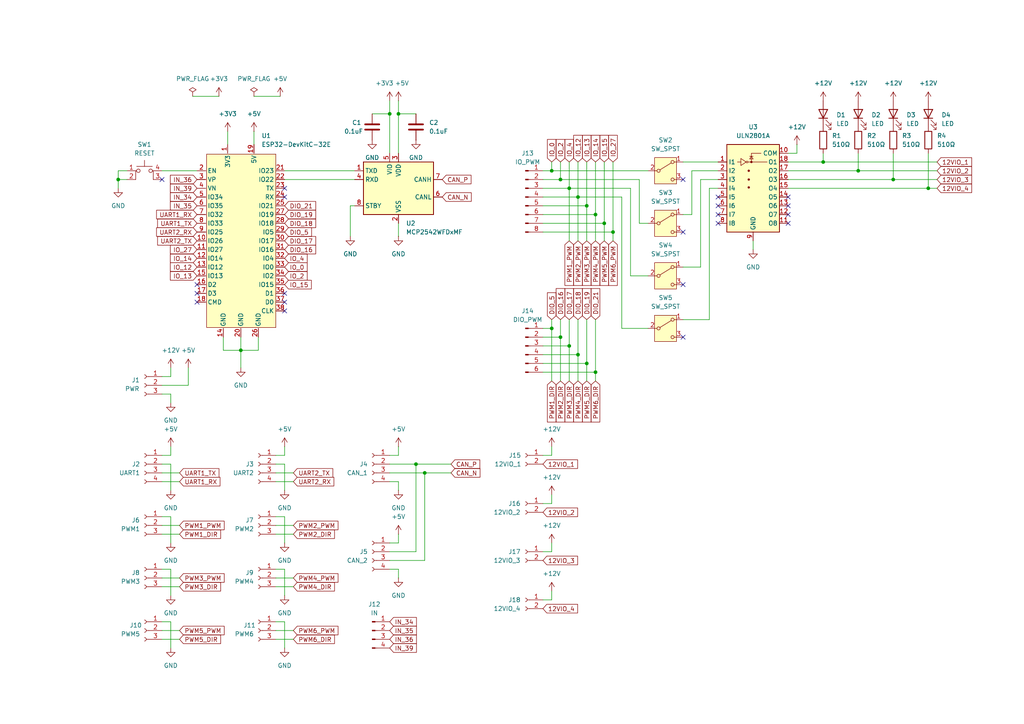
<source format=kicad_sch>
(kicad_sch (version 20231120) (generator "eeschema") (generator_version "8.0")
  (paper "A4")
  (lib_symbols
    (symbol "Connector:Conn_01x02_Socket" (pin_names (offset 1.016) hide)
      (property "Reference" "J" (at 0 2.54 0))
      (property "Value" "Conn_01x02_Socket" (at 0 -5.08 0))
      (symbol "Conn_01x02_Socket_1_1"
        (pin passive line (at -5.08 0 0) (length 3.81) (name "Pin_1") (number "1"))
        (pin passive line (at -5.08 -2.54 0) (length 3.81) (name "Pin_2") (number "2"))
      )
    )
    (symbol "Connector:Conn_01x03_Socket" (pin_names (offset 1.016) hide)
      (property "Reference" "J" (at 0 5.08 0))
      (property "Value" "Conn_01x03_Socket" (at 0 -5.08 0))
      (symbol "Conn_01x03_Socket_1_1"
        (pin passive line (at -5.08 2.54 0) (length 3.81) (name "Pin_1") (number "1"))
        (pin passive line (at -5.08 0 0) (length 3.81) (name "Pin_2") (number "2"))
        (pin passive line (at -5.08 -2.54 0) (length 3.81) (name "Pin_3") (number "3"))
      )
    )
    (symbol "Connector:Conn_01x04_Pin" (pin_names (offset 1.016) hide)
      (property "Reference" "J" (at 0 5.08 0))
      (property "Value" "Conn_01x04_Pin" (at 0 -7.62 0))
      (symbol "Conn_01x04_Pin_1_1"
        (pin passive line (at 5.08 2.54 180) (length 3.81) (name "Pin_1") (number "1"))
        (pin passive line (at 5.08 0 180) (length 3.81) (name "Pin_2") (number "2"))
        (pin passive line (at 5.08 -2.54 180) (length 3.81) (name "Pin_3") (number "3"))
        (pin passive line (at 5.08 -5.08 180) (length 3.81) (name "Pin_4") (number "4"))
      )
    )
    (symbol "Connector:Conn_01x04_Socket" (pin_names (offset 1.016) hide)
      (property "Reference" "J" (at 0 5.08 0))
      (property "Value" "Conn_01x04_Socket" (at 0 -7.62 0))
      (symbol "Conn_01x04_Socket_1_1"
        (pin passive line (at -5.08 2.54 0) (length 3.81) (name "Pin_1") (number "1"))
        (pin passive line (at -5.08 0 0) (length 3.81) (name "Pin_2") (number "2"))
        (pin passive line (at -5.08 -2.54 0) (length 3.81) (name "Pin_3") (number "3"))
        (pin passive line (at -5.08 -5.08 0) (length 3.81) (name "Pin_4") (number "4"))
      )
    )
    (symbol "Connector:Conn_01x06_Pin" (pin_names (offset 1.016) hide)
      (property "Reference" "J" (at 0 7.62 0))
      (property "Value" "Conn_01x06_Pin" (at 0 -10.16 0))
      (symbol "Conn_01x06_Pin_1_1"
        (pin passive line (at 5.08 5.08 180) (length 3.81) (name "Pin_1") (number "1"))
        (pin passive line (at 5.08 2.54 180) (length 3.81) (name "Pin_2") (number "2"))
        (pin passive line (at 5.08 0 180) (length 3.81) (name "Pin_3") (number "3"))
        (pin passive line (at 5.08 -2.54 180) (length 3.81) (name "Pin_4") (number "4"))
        (pin passive line (at 5.08 -5.08 180) (length 3.81) (name "Pin_5") (number "5"))
        (pin passive line (at 5.08 -7.62 180) (length 3.81) (name "Pin_6") (number "6"))
      )
    )
    (symbol "Connector:Conn_01x08_Pin" (pin_names (offset 1.016) hide)
      (property "Reference" "J" (at 0 10.16 0))
      (property "Value" "Conn_01x08_Pin" (at 0 -12.7 0))
      (symbol "Conn_01x08_Pin_1_1"
        (pin passive line (at 5.08 7.62 180) (length 3.81) (name "Pin_1") (number "1"))
        (pin passive line (at 5.08 5.08 180) (length 3.81) (name "Pin_2") (number "2"))
        (pin passive line (at 5.08 2.54 180) (length 3.81) (name "Pin_3") (number "3"))
        (pin passive line (at 5.08 0 180) (length 3.81) (name "Pin_4") (number "4"))
        (pin passive line (at 5.08 -2.54 180) (length 3.81) (name "Pin_5") (number "5"))
        (pin passive line (at 5.08 -5.08 180) (length 3.81) (name "Pin_6") (number "6"))
        (pin passive line (at 5.08 -7.62 180) (length 3.81) (name "Pin_7") (number "7"))
        (pin passive line (at 5.08 -10.16 180) (length 3.81) (name "Pin_8") (number "8"))
      )
    )
    (symbol "Device:C" (pin_numbers hide) (pin_names (offset 0.254))
      (property "Reference" "C" (at 0.635 2.54 0))
      (property "Value" "C" (at 0.635 -2.54 0))
      (symbol "C_1_1"
        (pin passive line (at 0 3.81 270) (length 2.794) (name "~") (number "1"))
        (pin passive line (at 0 -3.81 90) (length 2.794) (name "~") (number "2"))
      )
    )
    (symbol "Device:LED" (pin_numbers hide) (pin_names (offset 1.016) hide)
      (property "Reference" "D" (at 0 2.54 0))
      (property "Value" "LED" (at 0 -2.54 0))
      (symbol "LED_1_1"
        (pin passive line (at -3.81 0 0) (length 2.54) (name "K") (number "1"))
        (pin passive line (at 3.81 0 180) (length 2.54) (name "A") (number "2"))
      )
    )
    (symbol "Device:R" (pin_numbers hide) (pin_names (offset 0))
      (property "Reference" "R" (at 2.032 0 90))
      (property "Value" "R" (at 0 0 90))
      (symbol "R_1_1"
        (pin passive line (at 0 3.81 270) (length 1.27) (name "~") (number "1"))
        (pin passive line (at 0 -3.81 90) (length 1.27) (name "~") (number "2"))
      )
    )
    (symbol "Interface_CAN_LIN:MCP2542WFDxMF"
      (property "Reference" "U" (at -10.16 8.89 0))
      (property "Value" "MCP2542WFDxMF" (at 2.54 8.89 0))
      (symbol "MCP2542WFDxMF_1_1"
        (pin input line (at -12.7 5.08 0) (length 2.54) (name "TXD") (number "1"))
        (pin power_in line (at 0 -10.16 90) (length 2.54) (name "VSS") (number "2"))
        (pin power_in line (at 0 10.16 270) (length 2.54) (name "VDD") (number "3"))
        (pin output line (at -12.7 2.54 0) (length 2.54) (name "RXD") (number "4"))
        (pin power_in line (at -2.54 10.16 270) (length 2.54) (name "VIO") (number "5"))
        (pin bidirectional line (at 12.7 -2.54 180) (length 2.54) (name "CANL") (number "6"))
        (pin bidirectional line (at 12.7 2.54 180) (length 2.54) (name "CANH") (number "7"))
        (pin input line (at -12.7 -5.08 0) (length 2.54) (name "STBY") (number "8"))
        (pin passive line (at 0 -10.16 90) (length 2.54) hide (name "VSS") (number "9"))
      )
    )
    (symbol "Switch:SW_MEC_5E" (pin_names (offset 1.016) hide)
      (property "Reference" "SW" (at 0.635 5.715 0))
      (property "Value" "SW_MEC_5E" (at 0 -3.175 0))
      (symbol "SW_MEC_5E_0_1"
        (pin passive line (at -5.08 2.54 0) (length 2.54) (name "1") (number "1"))
        (pin passive line (at -5.08 0 0) (length 2.54) (name "2") (number "2"))
        (pin passive line (at 5.08 0 180) (length 2.54) (name "K") (number "3"))
        (pin passive line (at 5.08 2.54 180) (length 2.54) (name "A") (number "4"))
      )
    )
    (symbol "Switch:SW_SPDT" (pin_names (offset 0) hide)
      (property "Reference" "SW" (at 0 5.08 0))
      (property "Value" "SW_SPDT" (at 0 -5.08 0))
      (symbol "SW_SPDT_1_1"
        (pin passive line (at 5.08 2.54 180) (length 2.54) (name "A") (number "1"))
        (pin passive line (at -5.08 0 0) (length 2.54) (name "B") (number "2"))
        (pin passive line (at 5.08 -2.54 180) (length 2.54) (name "C") (number "3"))
      )
    )
    (symbol "Transistor_Array:ULN2801A"
      (property "Reference" "U" (at 0 13.335 0))
      (property "Value" "ULN2801A" (at 0 11.43 0))
      (symbol "ULN2801A_1_1"
        (pin input line (at -10.16 5.08 0) (length 2.54) (name "I1") (number "1"))
        (pin passive line (at 10.16 7.62 180) (length 2.54) (name "COM") (number "10"))
        (pin open_collector line (at 10.16 -12.7 180) (length 2.54) (name "O8") (number "11"))
        (pin open_collector line (at 10.16 -10.16 180) (length 2.54) (name "O7") (number "12"))
        (pin open_collector line (at 10.16 -7.62 180) (length 2.54) (name "O6") (number "13"))
        (pin open_collector line (at 10.16 -5.08 180) (length 2.54) (name "O5") (number "14"))
        (pin open_collector line (at 10.16 -2.54 180) (length 2.54) (name "O4") (number "15"))
        (pin open_collector line (at 10.16 0 180) (length 2.54) (name "O3") (number "16"))
        (pin open_collector line (at 10.16 2.54 180) (length 2.54) (name "O2") (number "17"))
        (pin open_collector line (at 10.16 5.08 180) (length 2.54) (name "O1") (number "18"))
        (pin input line (at -10.16 2.54 0) (length 2.54) (name "I2") (number "2"))
        (pin input line (at -10.16 0 0) (length 2.54) (name "I3") (number "3"))
        (pin input line (at -10.16 -2.54 0) (length 2.54) (name "I4") (number "4"))
        (pin input line (at -10.16 -5.08 0) (length 2.54) (name "I5") (number "5"))
        (pin input line (at -10.16 -7.62 0) (length 2.54) (name "I6") (number "6"))
        (pin input line (at -10.16 -10.16 0) (length 2.54) (name "I7") (number "7"))
        (pin input line (at -10.16 -12.7 0) (length 2.54) (name "I8") (number "8"))
        (pin power_in line (at 0 -17.78 90) (length 2.54) (name "GND") (number "9"))
      )
    )
    (symbol "ms0503:ESP32-DevKitC-32E"
      (property "Reference" "U" (at 0 41.148 0))
      (property "Value" "ESP32-DevKitC-32E" (at 0 37.338 0))
      (symbol "ESP32-DevKitC-32E_1_1"
        (pin power_out line (at -3.81 27.94 270) (length 2.54) (name "3V3") (number "1"))
        (pin bidirectional line (at -12.7 0 0) (length 2.54) (name "IO26") (number "10"))
        (pin bidirectional line (at -12.7 -2.54 0) (length 2.54) (name "IO27") (number "11"))
        (pin bidirectional line (at -12.7 -5.08 0) (length 2.54) (name "IO14") (number "12"))
        (pin bidirectional line (at -12.7 -7.62 0) (length 2.54) (name "IO12") (number "13"))
        (pin power_out line (at -5.08 -27.94 90) (length 2.54) (name "GND") (number "14"))
        (pin bidirectional line (at -12.7 -10.16 0) (length 2.54) (name "IO13") (number "15"))
        (pin bidirectional line (at -12.7 -12.7 0) (length 2.54) (name "D2") (number "16"))
        (pin bidirectional line (at -12.7 -15.24 0) (length 2.54) (name "D3") (number "17"))
        (pin bidirectional line (at -12.7 -17.78 0) (length 2.54) (name "CMD") (number "18"))
        (pin power_out line (at 3.81 27.94 270) (length 2.54) (name "5V") (number "19"))
        (pin input line (at -12.7 20.32 0) (length 2.54) (name "EN") (number "2"))
        (pin power_out line (at 0 -27.94 90) (length 2.54) (name "GND") (number "20"))
        (pin bidirectional line (at 12.7 20.32 180) (length 2.54) (name "IO23") (number "21"))
        (pin bidirectional line (at 12.7 17.78 180) (length 2.54) (name "IO22") (number "22"))
        (pin bidirectional line (at 12.7 15.24 180) (length 2.54) (name "TX") (number "23"))
        (pin bidirectional line (at 12.7 12.7 180) (length 2.54) (name "RX") (number "24"))
        (pin bidirectional line (at 12.7 10.16 180) (length 2.54) (name "IO21") (number "25"))
        (pin power_out line (at 5.08 -27.94 90) (length 2.54) (name "GND") (number "26"))
        (pin bidirectional line (at 12.7 7.62 180) (length 2.54) (name "IO19") (number "27"))
        (pin bidirectional line (at 12.7 5.08 180) (length 2.54) (name "IO18") (number "28"))
        (pin bidirectional line (at 12.7 2.54 180) (length 2.54) (name "IO5") (number "29"))
        (pin input line (at -12.7 17.78 0) (length 2.54) (name "VP") (number "3"))
        (pin bidirectional line (at 12.7 0 180) (length 2.54) (name "IO17") (number "30"))
        (pin bidirectional line (at 12.7 -2.54 180) (length 2.54) (name "IO16") (number "31"))
        (pin bidirectional line (at 12.7 -5.08 180) (length 2.54) (name "IO4") (number "32"))
        (pin bidirectional line (at 12.7 -7.62 180) (length 2.54) (name "IO0") (number "33"))
        (pin bidirectional line (at 12.7 -10.16 180) (length 2.54) (name "IO2") (number "34"))
        (pin bidirectional line (at 12.7 -12.7 180) (length 2.54) (name "IO15") (number "35"))
        (pin bidirectional line (at 12.7 -15.24 180) (length 2.54) (name "D1") (number "36"))
        (pin bidirectional line (at 12.7 -17.78 180) (length 2.54) (name "D0") (number "37"))
        (pin bidirectional line (at 12.7 -20.32 180) (length 2.54) (name "CLK") (number "38"))
        (pin input line (at -12.7 15.24 0) (length 2.54) (name "VN") (number "4"))
        (pin input line (at -12.7 12.7 0) (length 2.54) (name "IO34") (number "5"))
        (pin input line (at -12.7 10.16 0) (length 2.54) (name "IO35") (number "6"))
        (pin bidirectional line (at -12.7 7.62 0) (length 2.54) (name "IO32") (number "7"))
        (pin bidirectional line (at -12.7 5.08 0) (length 2.54) (name "IO33") (number "8"))
        (pin bidirectional line (at -12.7 2.54 0) (length 2.54) (name "IO25") (number "9"))
      )
    )
    (symbol "power:+12V" (power) (pin_numbers hide) (pin_names (offset 0) hide)
      (property "Value" "+12V" (at 0 3.556 0))
      (symbol "+12V_1_1"
        (pin power_in line (at 0 0 90) (length 0) (name "~") (number "1"))
      )
    )
    (symbol "power:+3V3" (power) (pin_numbers hide) (pin_names (offset 0) hide)
      (property "Value" "+3V3" (at 0 3.556 0))
      (symbol "+3V3_1_1"
        (pin power_in line (at 0 0 90) (length 0) (name "~") (number "1"))
      )
    )
    (symbol "power:+5V" (power) (pin_numbers hide) (pin_names (offset 0) hide)
      (property "Value" "+5V" (at 0 3.556 0))
      (symbol "+5V_1_1"
        (pin power_in line (at 0 0 90) (length 0) (name "~") (number "1"))
      )
    )
    (symbol "power:GND" (power) (pin_numbers hide) (pin_names (offset 0) hide)
      (property "Value" "GND" (at 0 -3.81 0))
      (symbol "GND_1_1"
        (pin power_in line (at 0 0 270) (length 0) (name "~") (number "1"))
      )
    )
    (symbol "power:PWR_FLAG" (power) (pin_numbers hide) (pin_names (offset 0) hide)
      (property "Value" "PWR_FLAG" (at 0 3.81 0))
      (symbol "PWR_FLAG_0_0"
        (pin power_out line (at 0 0 90) (length 0) (name "~") (number "1"))
      )
    )
  )
  (junction (at 162.56 97.79))
  (junction (at 172.72 62.23))
  (junction (at 115.57 33.02))
  (junction (at 177.8 67.31))
  (junction (at 172.72 107.95))
  (junction (at 248.92 49.53))
  (junction (at 259.08 52.07))
  (junction (at 113.03 33.02))
  (junction (at 170.18 105.41))
  (junction (at 120.65 134.62))
  (junction (at 238.76 46.99))
  (junction (at 170.18 59.69))
  (junction (at 160.02 95.25))
  (junction (at 175.26 64.77))
  (junction (at 167.64 57.15))
  (junction (at 34.29 52.07))
  (junction (at 165.1 100.33))
  (junction (at 160.02 49.53))
  (junction (at 269.24 54.61))
  (junction (at 162.56 52.07))
  (junction (at 123.19 137.16))
  (junction (at 165.1 54.61))
  (junction (at 69.85 101.6))
  (junction (at 167.64 102.87))
  (no_connect (at 208.28 57.15))
  (no_connect (at 228.6 59.69))
  (no_connect (at 198.12 97.79))
  (no_connect (at 228.6 62.23))
  (no_connect (at 82.55 90.17))
  (no_connect (at 82.55 85.09))
  (no_connect (at 57.15 87.63))
  (no_connect (at 208.28 64.77))
  (no_connect (at 198.12 82.55))
  (no_connect (at 57.15 82.55))
  (no_connect (at 208.28 62.23))
  (no_connect (at 228.6 64.77))
  (no_connect (at 82.55 54.61))
  (no_connect (at 82.55 57.15))
  (no_connect (at 198.12 67.31))
  (no_connect (at 198.12 52.07))
  (no_connect (at 46.99 52.07))
  (no_connect (at 208.28 59.69))
  (no_connect (at 57.15 85.09))
  (no_connect (at 228.6 57.15))
  (no_connect (at 82.55 87.63))
  (wire (pts (xy 113.03 162.56) (xy 123.19 162.56)))
  (wire (pts (xy 160.02 171.45) (xy 160.02 173.99)))
  (wire (pts (xy 46.99 180.34) (xy 49.53 180.34)))
  (wire (pts (xy 64.77 101.6) (xy 69.85 101.6)))
  (wire (pts (xy 85.09 152.4) (xy 80.01 152.4)))
  (wire (pts (xy 49.53 165.1) (xy 49.53 172.72)))
  (wire (pts (xy 113.03 165.1) (xy 115.57 165.1)))
  (wire (pts (xy 34.29 52.07) (xy 34.29 54.61)))
  (wire (pts (xy 160.02 157.48) (xy 160.02 160.02)))
  (wire (pts (xy 113.03 132.08) (xy 115.57 132.08)))
  (wire (pts (xy 165.1 100.33) (xy 165.1 92.71)))
  (wire (pts (xy 113.03 33.02) (xy 113.03 44.45)))
  (wire (pts (xy 203.2 52.07) (xy 208.28 52.07)))
  (wire (pts (xy 115.57 165.1) (xy 115.57 167.64)))
  (wire (pts (xy 130.81 137.16) (xy 123.19 137.16)))
  (wire (pts (xy 80.01 185.42) (xy 85.09 185.42)))
  (wire (pts (xy 85.09 182.88) (xy 80.01 182.88)))
  (wire (pts (xy 170.18 46.99) (xy 170.18 59.69)))
  (wire (pts (xy 170.18 105.41) (xy 170.18 92.71)))
  (wire (pts (xy 167.64 102.87) (xy 167.64 110.49)))
  (wire (pts (xy 80.01 165.1) (xy 82.55 165.1)))
  (wire (pts (xy 85.09 139.7) (xy 80.01 139.7)))
  (wire (pts (xy 115.57 33.02) (xy 115.57 44.45)))
  (wire (pts (xy 198.12 77.47) (xy 203.2 77.47)))
  (wire (pts (xy 238.76 46.99) (xy 271.78 46.99)))
  (wire (pts (xy 46.99 149.86) (xy 49.53 149.86)))
  (wire (pts (xy 52.07 152.4) (xy 46.99 152.4)))
  (wire (pts (xy 107.95 33.02) (xy 113.03 33.02)))
  (wire (pts (xy 49.53 109.22) (xy 49.53 106.68)))
  (wire (pts (xy 80.01 154.94) (xy 85.09 154.94)))
  (wire (pts (xy 34.29 52.07) (xy 36.83 52.07)))
  (wire (pts (xy 49.53 132.08) (xy 49.53 129.54)))
  (wire (pts (xy 54.61 111.76) (xy 54.61 106.68)))
  (wire (pts (xy 46.99 109.22) (xy 49.53 109.22)))
  (wire (pts (xy 46.99 170.18) (xy 52.07 170.18)))
  (wire (pts (xy 162.56 46.99) (xy 162.56 52.07)))
  (wire (pts (xy 185.42 52.07) (xy 185.42 64.77)))
  (wire (pts (xy 52.07 139.7) (xy 46.99 139.7)))
  (wire (pts (xy 69.85 101.6) (xy 69.85 106.68)))
  (wire (pts (xy 120.65 160.02) (xy 120.65 134.62)))
  (wire (pts (xy 269.24 54.61) (xy 269.24 44.45)))
  (wire (pts (xy 167.64 57.15) (xy 167.64 69.85)))
  (wire (pts (xy 167.64 92.71) (xy 167.64 102.87)))
  (wire (pts (xy 208.28 54.61) (xy 205.74 54.61)))
  (wire (pts (xy 185.42 64.77) (xy 187.96 64.77)))
  (wire (pts (xy 231.14 44.45) (xy 231.14 41.91)))
  (wire (pts (xy 82.55 49.53) (xy 102.87 49.53)))
  (wire (pts (xy 82.55 134.62) (xy 82.55 142.24)))
  (wire (pts (xy 73.66 38.1) (xy 73.66 41.91)))
  (wire (pts (xy 182.88 80.01) (xy 187.96 80.01)))
  (wire (pts (xy 123.19 137.16) (xy 113.03 137.16)))
  (wire (pts (xy 34.29 49.53) (xy 34.29 52.07)))
  (wire (pts (xy 162.56 92.71) (xy 162.56 97.79)))
  (wire (pts (xy 172.72 107.95) (xy 157.48 107.95)))
  (wire (pts (xy 160.02 49.53) (xy 187.96 49.53)))
  (wire (pts (xy 160.02 132.08) (xy 157.48 132.08)))
  (wire (pts (xy 82.55 52.07) (xy 102.87 52.07)))
  (wire (pts (xy 203.2 77.47) (xy 203.2 52.07)))
  (wire (pts (xy 167.64 57.15) (xy 180.34 57.15)))
  (wire (pts (xy 160.02 92.71) (xy 160.02 95.25)))
  (wire (pts (xy 165.1 54.61) (xy 165.1 69.85)))
  (wire (pts (xy 113.03 139.7) (xy 115.57 139.7)))
  (wire (pts (xy 130.81 134.62) (xy 120.65 134.62)))
  (wire (pts (xy 49.53 114.3) (xy 49.53 116.84)))
  (wire (pts (xy 175.26 64.77) (xy 175.26 69.85)))
  (wire (pts (xy 228.6 46.99) (xy 238.76 46.99)))
  (wire (pts (xy 259.08 52.07) (xy 271.78 52.07)))
  (wire (pts (xy 46.99 114.3) (xy 49.53 114.3)))
  (wire (pts (xy 69.85 97.79) (xy 69.85 101.6)))
  (wire (pts (xy 52.07 182.88) (xy 46.99 182.88)))
  (wire (pts (xy 160.02 95.25) (xy 157.48 95.25)))
  (wire (pts (xy 46.99 111.76) (xy 54.61 111.76)))
  (wire (pts (xy 120.65 134.62) (xy 113.03 134.62)))
  (wire (pts (xy 52.07 137.16) (xy 46.99 137.16)))
  (wire (pts (xy 160.02 49.53) (xy 157.48 49.53)))
  (wire (pts (xy 82.55 180.34) (xy 82.55 187.96)))
  (wire (pts (xy 177.8 67.31) (xy 157.48 67.31)))
  (wire (pts (xy 160.02 146.05) (xy 157.48 146.05)))
  (wire (pts (xy 198.12 46.99) (xy 208.28 46.99)))
  (wire (pts (xy 160.02 160.02) (xy 157.48 160.02)))
  (wire (pts (xy 64.77 97.79) (xy 64.77 101.6)))
  (wire (pts (xy 160.02 95.25) (xy 160.02 110.49)))
  (wire (pts (xy 80.01 149.86) (xy 82.55 149.86)))
  (wire (pts (xy 165.1 54.61) (xy 182.88 54.61)))
  (wire (pts (xy 170.18 59.69) (xy 170.18 69.85)))
  (wire (pts (xy 66.04 38.1) (xy 66.04 41.91)))
  (wire (pts (xy 55.88 27.94) (xy 63.5 27.94)))
  (wire (pts (xy 269.24 54.61) (xy 271.78 54.61)))
  (wire (pts (xy 82.55 149.86) (xy 82.55 157.48)))
  (wire (pts (xy 172.72 46.99) (xy 172.72 62.23)))
  (wire (pts (xy 172.72 92.71) (xy 172.72 107.95)))
  (wire (pts (xy 228.6 52.07) (xy 259.08 52.07)))
  (wire (pts (xy 46.99 132.08) (xy 49.53 132.08)))
  (wire (pts (xy 157.48 105.41) (xy 170.18 105.41)))
  (wire (pts (xy 238.76 46.99) (xy 238.76 44.45)))
  (wire (pts (xy 248.92 49.53) (xy 248.92 44.45)))
  (wire (pts (xy 180.34 57.15) (xy 180.34 95.25)))
  (wire (pts (xy 46.99 165.1) (xy 49.53 165.1)))
  (wire (pts (xy 177.8 67.31) (xy 177.8 69.85)))
  (wire (pts (xy 248.92 49.53) (xy 271.78 49.53)))
  (wire (pts (xy 162.56 97.79) (xy 162.56 110.49)))
  (wire (pts (xy 69.85 101.6) (xy 74.93 101.6)))
  (wire (pts (xy 115.57 157.48) (xy 115.57 154.94)))
  (wire (pts (xy 82.55 132.08) (xy 82.55 129.54)))
  (wire (pts (xy 259.08 52.07) (xy 259.08 44.45)))
  (wire (pts (xy 175.26 46.99) (xy 175.26 64.77)))
  (wire (pts (xy 85.09 137.16) (xy 80.01 137.16)))
  (wire (pts (xy 49.53 134.62) (xy 49.53 142.24)))
  (wire (pts (xy 172.72 107.95) (xy 172.72 110.49)))
  (wire (pts (xy 200.66 62.23) (xy 200.66 49.53)))
  (wire (pts (xy 123.19 162.56) (xy 123.19 137.16)))
  (wire (pts (xy 170.18 59.69) (xy 157.48 59.69)))
  (wire (pts (xy 165.1 54.61) (xy 157.48 54.61)))
  (wire (pts (xy 82.55 165.1) (xy 82.55 172.72)))
  (wire (pts (xy 36.83 49.53) (xy 34.29 49.53)))
  (wire (pts (xy 49.53 149.86) (xy 49.53 157.48)))
  (wire (pts (xy 46.99 49.53) (xy 57.15 49.53)))
  (wire (pts (xy 228.6 49.53) (xy 248.92 49.53)))
  (wire (pts (xy 165.1 100.33) (xy 165.1 110.49)))
  (wire (pts (xy 52.07 167.64) (xy 46.99 167.64)))
  (wire (pts (xy 160.02 46.99) (xy 160.02 49.53)))
  (wire (pts (xy 162.56 97.79) (xy 157.48 97.79)))
  (wire (pts (xy 177.8 46.99) (xy 177.8 67.31)))
  (wire (pts (xy 80.01 132.08) (xy 82.55 132.08)))
  (wire (pts (xy 74.93 101.6) (xy 74.93 97.79)))
  (wire (pts (xy 49.53 180.34) (xy 49.53 187.96)))
  (wire (pts (xy 73.66 27.94) (xy 81.28 27.94)))
  (wire (pts (xy 113.03 29.21) (xy 113.03 33.02)))
  (wire (pts (xy 115.57 64.77) (xy 115.57 68.58)))
  (wire (pts (xy 115.57 33.02) (xy 120.65 33.02)))
  (wire (pts (xy 228.6 54.61) (xy 269.24 54.61)))
  (wire (pts (xy 80.01 134.62) (xy 82.55 134.62)))
  (wire (pts (xy 228.6 44.45) (xy 231.14 44.45)))
  (wire (pts (xy 198.12 62.23) (xy 200.66 62.23)))
  (wire (pts (xy 113.03 160.02) (xy 120.65 160.02)))
  (wire (pts (xy 198.12 92.71) (xy 205.74 92.71)))
  (wire (pts (xy 172.72 62.23) (xy 172.72 69.85)))
  (wire (pts (xy 167.64 102.87) (xy 157.48 102.87)))
  (wire (pts (xy 162.56 52.07) (xy 157.48 52.07)))
  (wire (pts (xy 165.1 46.99) (xy 165.1 54.61)))
  (wire (pts (xy 115.57 29.21) (xy 115.57 33.02)))
  (wire (pts (xy 167.64 57.15) (xy 157.48 57.15)))
  (wire (pts (xy 218.44 69.85) (xy 218.44 72.39)))
  (wire (pts (xy 175.26 64.77) (xy 157.48 64.77)))
  (wire (pts (xy 52.07 154.94) (xy 46.99 154.94)))
  (wire (pts (xy 160.02 143.51) (xy 160.02 146.05)))
  (wire (pts (xy 115.57 139.7) (xy 115.57 142.24)))
  (wire (pts (xy 113.03 157.48) (xy 115.57 157.48)))
  (wire (pts (xy 162.56 52.07) (xy 185.42 52.07)))
  (wire (pts (xy 101.6 59.69) (xy 101.6 68.58)))
  (wire (pts (xy 80.01 180.34) (xy 82.55 180.34)))
  (wire (pts (xy 46.99 134.62) (xy 49.53 134.62)))
  (wire (pts (xy 172.72 62.23) (xy 157.48 62.23)))
  (wire (pts (xy 80.01 170.18) (xy 85.09 170.18)))
  (wire (pts (xy 160.02 173.99) (xy 157.48 173.99)))
  (wire (pts (xy 167.64 46.99) (xy 167.64 57.15)))
  (wire (pts (xy 102.87 59.69) (xy 101.6 59.69)))
  (wire (pts (xy 115.57 132.08) (xy 115.57 129.54)))
  (wire (pts (xy 85.09 167.64) (xy 80.01 167.64)))
  (wire (pts (xy 180.34 95.25) (xy 187.96 95.25)))
  (wire (pts (xy 157.48 100.33) (xy 165.1 100.33)))
  (wire (pts (xy 160.02 129.54) (xy 160.02 132.08)))
  (wire (pts (xy 205.74 54.61) (xy 205.74 92.71)))
  (wire (pts (xy 200.66 49.53) (xy 208.28 49.53)))
  (wire (pts (xy 46.99 185.42) (xy 52.07 185.42)))
  (wire (pts (xy 182.88 54.61) (xy 182.88 80.01)))
  (wire (pts (xy 170.18 105.41) (xy 170.18 110.49)))
  (global_label "IO_12" (shape input) (at 167.64 46.99 90) (property "Intersheetrefs" "${INTERSHEET_REFS}" (effects (hide yes))))
  (global_label "IO_15" (shape input) (at 82.55 82.55 0) (property "Intersheetrefs" "${INTERSHEET_REFS}" (effects (hide yes))))
  (global_label "IO_15" (shape input) (at 175.26 46.99 90) (property "Intersheetrefs" "${INTERSHEET_REFS}" (effects (hide yes))))
  (global_label "PWM6_DIR" (shape input) (at 85.09 185.42 0) (property "Intersheetrefs" "${INTERSHEET_REFS}" (effects (hide yes))))
  (global_label "PWM1_DIR" (shape input) (at 160.02 110.49 270) (property "Intersheetrefs" "${INTERSHEET_REFS}" (effects (hide yes))))
  (global_label "12VIO_1" (shape input) (at 271.78 46.99 0) (property "Intersheetrefs" "${INTERSHEET_REFS}" (effects (hide yes))))
  (global_label "DIO_18" (shape input) (at 82.55 64.77 0) (property "Intersheetrefs" "${INTERSHEET_REFS}" (effects (hide yes))))
  (global_label "PWM5_PWM" (shape input) (at 52.07 182.88 0) (property "Intersheetrefs" "${INTERSHEET_REFS}" (effects (hide yes))))
  (global_label "IO_0" (shape input) (at 82.55 77.47 0) (property "Intersheetrefs" "${INTERSHEET_REFS}" (effects (hide yes))))
  (global_label "DIO_19" (shape input) (at 82.55 62.23 0) (property "Intersheetrefs" "${INTERSHEET_REFS}" (effects (hide yes))))
  (global_label "DIO_17" (shape input) (at 82.55 69.85 0) (property "Intersheetrefs" "${INTERSHEET_REFS}" (effects (hide yes))))
  (global_label "PWM6_DIR" (shape input) (at 172.72 110.49 270) (property "Intersheetrefs" "${INTERSHEET_REFS}" (effects (hide yes))))
  (global_label "PWM4_DIR" (shape input) (at 85.09 170.18 0) (property "Intersheetrefs" "${INTERSHEET_REFS}" (effects (hide yes))))
  (global_label "PWM4_DIR" (shape input) (at 167.64 110.49 270) (property "Intersheetrefs" "${INTERSHEET_REFS}" (effects (hide yes))))
  (global_label "PWM5_PWM" (shape input) (at 175.26 69.85 270) (property "Intersheetrefs" "${INTERSHEET_REFS}" (effects (hide yes))))
  (global_label "PWM3_PWM" (shape input) (at 52.07 167.64 0) (property "Intersheetrefs" "${INTERSHEET_REFS}" (effects (hide yes))))
  (global_label "DIO_19" (shape input) (at 170.18 92.71 90) (property "Intersheetrefs" "${INTERSHEET_REFS}" (effects (hide yes))))
  (global_label "IN_35" (shape input) (at 57.15 59.69 180) (property "Intersheetrefs" "${INTERSHEET_REFS}" (effects (hide yes))))
  (global_label "IN_39" (shape input) (at 113.03 187.96 0) (property "Intersheetrefs" "${INTERSHEET_REFS}" (effects (hide yes))))
  (global_label "PWM2_DIR" (shape input) (at 162.56 110.49 270) (property "Intersheetrefs" "${INTERSHEET_REFS}" (effects (hide yes))))
  (global_label "12VIO_4" (shape input) (at 157.48 176.53 0) (property "Intersheetrefs" "${INTERSHEET_REFS}" (effects (hide yes))))
  (global_label "UART2_TX" (shape input) (at 85.09 137.16 0) (property "Intersheetrefs" "${INTERSHEET_REFS}" (effects (hide yes))))
  (global_label "UART2_RX" (shape input) (at 85.09 139.7 0) (property "Intersheetrefs" "${INTERSHEET_REFS}" (effects (hide yes))))
  (global_label "UART2_RX" (shape input) (at 57.15 67.31 180) (property "Intersheetrefs" "${INTERSHEET_REFS}" (effects (hide yes))))
  (global_label "DIO_21" (shape input) (at 172.72 92.71 90) (property "Intersheetrefs" "${INTERSHEET_REFS}" (effects (hide yes))))
  (global_label "12VIO_3" (shape input) (at 157.48 162.56 0) (property "Intersheetrefs" "${INTERSHEET_REFS}" (effects (hide yes))))
  (global_label "DIO_18" (shape input) (at 167.64 92.71 90) (property "Intersheetrefs" "${INTERSHEET_REFS}" (effects (hide yes))))
  (global_label "IO_13" (shape input) (at 170.18 46.99 90) (property "Intersheetrefs" "${INTERSHEET_REFS}" (effects (hide yes))))
  (global_label "UART1_RX" (shape input) (at 57.15 62.23 180) (property "Intersheetrefs" "${INTERSHEET_REFS}" (effects (hide yes))))
  (global_label "12VIO_4" (shape input) (at 271.78 54.61 0) (property "Intersheetrefs" "${INTERSHEET_REFS}" (effects (hide yes))))
  (global_label "PWM5_DIR" (shape input) (at 170.18 110.49 270) (property "Intersheetrefs" "${INTERSHEET_REFS}" (effects (hide yes))))
  (global_label "CAN_N" (shape input) (at 128.27 57.15 0) (property "Intersheetrefs" "${INTERSHEET_REFS}" (effects (hide yes))))
  (global_label "IO_2" (shape input) (at 82.55 80.01 0) (property "Intersheetrefs" "${INTERSHEET_REFS}" (effects (hide yes))))
  (global_label "PWM1_PWM" (shape input) (at 52.07 152.4 0) (property "Intersheetrefs" "${INTERSHEET_REFS}" (effects (hide yes))))
  (global_label "IO_12" (shape input) (at 57.15 77.47 180) (property "Intersheetrefs" "${INTERSHEET_REFS}" (effects (hide yes))))
  (global_label "IO_27" (shape input) (at 177.8 46.99 90) (property "Intersheetrefs" "${INTERSHEET_REFS}" (effects (hide yes))))
  (global_label "PWM1_DIR" (shape input) (at 52.07 154.94 0) (property "Intersheetrefs" "${INTERSHEET_REFS}" (effects (hide yes))))
  (global_label "PWM4_PWM" (shape input) (at 85.09 167.64 0) (property "Intersheetrefs" "${INTERSHEET_REFS}" (effects (hide yes))))
  (global_label "IN_39" (shape input) (at 57.15 54.61 180) (property "Intersheetrefs" "${INTERSHEET_REFS}" (effects (hide yes))))
  (global_label "IO_14" (shape input) (at 172.72 46.99 90) (property "Intersheetrefs" "${INTERSHEET_REFS}" (effects (hide yes))))
  (global_label "IO_13" (shape input) (at 57.15 80.01 180) (property "Intersheetrefs" "${INTERSHEET_REFS}" (effects (hide yes))))
  (global_label "PWM3_DIR" (shape input) (at 165.1 110.49 270) (property "Intersheetrefs" "${INTERSHEET_REFS}" (effects (hide yes))))
  (global_label "PWM6_PWM" (shape input) (at 85.09 182.88 0) (property "Intersheetrefs" "${INTERSHEET_REFS}" (effects (hide yes))))
  (global_label "PWM6_PWM" (shape input) (at 177.8 69.85 270) (property "Intersheetrefs" "${INTERSHEET_REFS}" (effects (hide yes))))
  (global_label "12VIO_1" (shape input) (at 157.48 134.62 0) (property "Intersheetrefs" "${INTERSHEET_REFS}" (effects (hide yes))))
  (global_label "PWM1_PWM" (shape input) (at 165.1 69.85 270) (property "Intersheetrefs" "${INTERSHEET_REFS}" (effects (hide yes))))
  (global_label "PWM3_DIR" (shape input) (at 52.07 170.18 0) (property "Intersheetrefs" "${INTERSHEET_REFS}" (effects (hide yes))))
  (global_label "PWM2_PWM" (shape input) (at 85.09 152.4 0) (property "Intersheetrefs" "${INTERSHEET_REFS}" (effects (hide yes))))
  (global_label "IN_36" (shape input) (at 57.15 52.07 180) (property "Intersheetrefs" "${INTERSHEET_REFS}" (effects (hide yes))))
  (global_label "12VIO_2" (shape input) (at 157.48 148.59 0) (property "Intersheetrefs" "${INTERSHEET_REFS}" (effects (hide yes))))
  (global_label "IO_0" (shape input) (at 160.02 46.99 90) (property "Intersheetrefs" "${INTERSHEET_REFS}" (effects (hide yes))))
  (global_label "PWM3_PWM" (shape input) (at 170.18 69.85 270) (property "Intersheetrefs" "${INTERSHEET_REFS}" (effects (hide yes))))
  (global_label "IN_34" (shape input) (at 113.03 180.34 0) (property "Intersheetrefs" "${INTERSHEET_REFS}" (effects (hide yes))))
  (global_label "IN_35" (shape input) (at 113.03 182.88 0) (property "Intersheetrefs" "${INTERSHEET_REFS}" (effects (hide yes))))
  (global_label "CAN_P" (shape input) (at 130.81 134.62 0) (property "Intersheetrefs" "${INTERSHEET_REFS}" (effects (hide yes))))
  (global_label "PWM5_DIR" (shape input) (at 52.07 185.42 0) (property "Intersheetrefs" "${INTERSHEET_REFS}" (effects (hide yes))))
  (global_label "PWM4_PWM" (shape input) (at 172.72 69.85 270) (property "Intersheetrefs" "${INTERSHEET_REFS}" (effects (hide yes))))
  (global_label "IN_34" (shape input) (at 57.15 57.15 180) (property "Intersheetrefs" "${INTERSHEET_REFS}" (effects (hide yes))))
  (global_label "PWM2_PWM" (shape input) (at 167.64 69.85 270) (property "Intersheetrefs" "${INTERSHEET_REFS}" (effects (hide yes))))
  (global_label "CAN_P" (shape input) (at 128.27 52.07 0) (property "Intersheetrefs" "${INTERSHEET_REFS}" (effects (hide yes))))
  (global_label "UART1_RX" (shape input) (at 52.07 139.7 0) (property "Intersheetrefs" "${INTERSHEET_REFS}" (effects (hide yes))))
  (global_label "IN_36" (shape input) (at 113.03 185.42 0) (property "Intersheetrefs" "${INTERSHEET_REFS}" (effects (hide yes))))
  (global_label "12VIO_3" (shape input) (at 271.78 52.07 0) (property "Intersheetrefs" "${INTERSHEET_REFS}" (effects (hide yes))))
  (global_label "PWM2_DIR" (shape input) (at 85.09 154.94 0) (property "Intersheetrefs" "${INTERSHEET_REFS}" (effects (hide yes))))
  (global_label "IO_27" (shape input) (at 57.15 72.39 180) (property "Intersheetrefs" "${INTERSHEET_REFS}" (effects (hide yes))))
  (global_label "UART1_TX" (shape input) (at 57.15 64.77 180) (property "Intersheetrefs" "${INTERSHEET_REFS}" (effects (hide yes))))
  (global_label "UART1_TX" (shape input) (at 52.07 137.16 0) (property "Intersheetrefs" "${INTERSHEET_REFS}" (effects (hide yes))))
  (global_label "DIO_16" (shape input) (at 82.55 72.39 0) (property "Intersheetrefs" "${INTERSHEET_REFS}" (effects (hide yes))))
  (global_label "IO_4" (shape input) (at 82.55 74.93 0) (property "Intersheetrefs" "${INTERSHEET_REFS}" (effects (hide yes))))
  (global_label "DIO_17" (shape input) (at 165.1 92.71 90) (property "Intersheetrefs" "${INTERSHEET_REFS}" (effects (hide yes))))
  (global_label "UART2_TX" (shape input) (at 57.15 69.85 180) (property "Intersheetrefs" "${INTERSHEET_REFS}" (effects (hide yes))))
  (global_label "CAN_N" (shape input) (at 130.81 137.16 0) (property "Intersheetrefs" "${INTERSHEET_REFS}" (effects (hide yes))))
  (global_label "DIO_5" (shape input) (at 82.55 67.31 0) (property "Intersheetrefs" "${INTERSHEET_REFS}" (effects (hide yes))))
  (global_label "DIO_5" (shape input) (at 160.02 92.71 90) (property "Intersheetrefs" "${INTERSHEET_REFS}" (effects (hide yes))))
  (global_label "IO_2" (shape input) (at 162.56 46.99 90) (property "Intersheetrefs" "${INTERSHEET_REFS}" (effects (hide yes))))
  (global_label "12VIO_2" (shape input) (at 271.78 49.53 0) (property "Intersheetrefs" "${INTERSHEET_REFS}" (effects (hide yes))))
  (global_label "IO_4" (shape input) (at 165.1 46.99 90) (property "Intersheetrefs" "${INTERSHEET_REFS}" (effects (hide yes))))
  (global_label "DIO_21" (shape input) (at 82.55 59.69 0) (property "Intersheetrefs" "${INTERSHEET_REFS}" (effects (hide yes))))
  (global_label "IO_14" (shape input) (at 57.15 74.93 180) (property "Intersheetrefs" "${INTERSHEET_REFS}" (effects (hide yes))))
  (global_label "DIO_16" (shape input) (at 162.56 92.71 90) (property "Intersheetrefs" "${INTERSHEET_REFS}" (effects (hide yes))))
  (symbol (lib_id "Device:LED") (at 238.76 33.02 90) (unit 1)
    (property "Reference" "D1" (at 242.57 33.3374 90) (effects (justify right)))
    (property "Value" "LED" (at 242.57 35.8774 90) (effects (justify right)))
    (property "Footprint" "LED_SMD:LED_0603_1608Metric" (effects (hide yes)))
    (property "Description" "Light emitting diode" (effects (hide yes)))
  )
  (symbol (lib_id "Connector:Conn_01x06_Pin") (at 152.4 100.33 0) (unit 1)
    (property "Reference" "J14" (at 153.035 90.17 0))
    (property "Value" "DIO_PWM" (at 153.035 92.71 0))
    (property "Footprint" "circuit-esp32-base:6pin" (effects (hide yes)))
    (property "Description" "Generic connector, single row, 01x06, script generated" (effects (hide yes)))
  )
  (symbol (lib_id "Connector:Conn_01x04_Socket") (at 74.93 134.62 0) (mirror y) (unit 1)
    (property "Reference" "J3" (at 73.66 134.6199 0) (effects (justify left)))
    (property "Value" "UART2" (at 73.66 137.1599 0) (effects (justify left)))
    (property "Footprint" "circuit-esp32-base:DF1B-4P-2.5DSA" (effects (hide yes)))
    (property "Description" "Generic connector, single row, 01x04, script generated" (effects (hide yes)))
  )
  (symbol (lib_id "power:PWR_FLAG") (at 73.66 27.94 0) (unit 1)
    (property "Reference" "#FLG02" (effects (hide yes)))
    (property "Value" "PWR_FLAG" (at 73.66 22.86 0))
    (property "Description" "Special symbol for telling ERC where power comes from" (effects (hide yes)))
  )
  (symbol (lib_id "power:GND") (at 218.44 72.39 0) (unit 1)
    (property "Reference" "#PWR030" (effects (hide yes)))
    (property "Value" "GND" (at 218.44 77.47 0))
    (property "Description" "Power symbol creates a global label with name \"GND\" , ground" (effects (hide yes)))
  )
  (symbol (lib_id "Connector:Conn_01x08_Pin") (at 152.4 57.15 0) (unit 1)
    (property "Reference" "J13" (at 153.035 44.45 0))
    (property "Value" "IO_PWM" (at 153.035 46.99 0))
    (property "Footprint" "circuit-esp32-base:8pin" (effects (hide yes)))
    (property "Description" "Generic connector, single row, 01x08, script generated" (effects (hide yes)))
  )
  (symbol (lib_id "Connector:Conn_01x03_Socket") (at 41.91 152.4 0) (mirror y) (unit 1)
    (property "Reference" "J6" (at 39.37 150.876 0))
    (property "Value" "PWM1" (at 37.846 153.416 0))
    (property "Footprint" "Connector_JST:JST_XH_B3B-XH-A_1x03_P2.50mm_Vertical" (effects (hide yes)))
    (property "Description" "Generic connector, single row, 01x03, script generated" (effects (hide yes)))
  )
  (symbol (lib_id "power:GND") (at 115.57 142.24 0) (unit 1)
    (property "Reference" "#PWR09" (effects (hide yes)))
    (property "Value" "GND" (at 115.57 147.32 0))
    (property "Description" "Power symbol creates a global label with name \"GND\" , ground" (effects (hide yes)))
  )
  (symbol (lib_id "Device:R") (at 259.08 40.64 0) (unit 1)
    (property "Reference" "R3" (at 261.62 39.3699 0) (effects (justify left)))
    (property "Value" "510Ω" (at 261.62 41.9099 0) (effects (justify left)))
    (property "Footprint" "Resistor_SMD:R_0603_1608Metric" (effects (hide yes)))
    (property "Description" "Resistor" (effects (hide yes)))
  )
  (symbol (lib_id "Device:R") (at 269.24 40.64 0) (unit 1)
    (property "Reference" "R4" (at 271.78 39.3699 0) (effects (justify left)))
    (property "Value" "510Ω" (at 271.78 41.9099 0) (effects (justify left)))
    (property "Footprint" "Resistor_SMD:R_0603_1608Metric" (effects (hide yes)))
    (property "Description" "Resistor" (effects (hide yes)))
  )
  (symbol (lib_id "Connector:Conn_01x03_Socket") (at 41.91 167.64 0) (mirror y) (unit 1)
    (property "Reference" "J8" (at 39.37 166.116 0))
    (property "Value" "PWM3" (at 37.846 168.656 0))
    (property "Footprint" "Connector_JST:JST_XH_B3B-XH-A_1x03_P2.50mm_Vertical" (effects (hide yes)))
    (property "Description" "Generic connector, single row, 01x03, script generated" (effects (hide yes)))
  )
  (symbol (lib_id "Connector:Conn_01x03_Socket") (at 41.91 111.76 0) (mirror y) (unit 1)
    (property "Reference" "J1" (at 39.37 110.236 0))
    (property "Value" "PWR" (at 38.354 112.776 0))
    (property "Footprint" "Connector_JST:JST_XH_B3B-XH-A_1x03_P2.50mm_Vertical" (effects (hide yes)))
    (property "Description" "Generic connector, single row, 01x03, script generated" (effects (hide yes)))
  )
  (symbol (lib_id "Connector:Conn_01x02_Socket") (at 152.4 173.99 0) (mirror y) (unit 1)
    (property "Reference" "J18" (at 149.225 173.99 0))
    (property "Value" "12VIO_4" (at 147.066 176.53 0))
    (property "Footprint" "Connector_JST:JST_XH_B2B-XH-A_1x02_P2.50mm_Vertical" (effects (hide yes)))
    (property "Description" "Generic connector, single row, 01x02, script generated" (effects (hide yes)))
  )
  (symbol (lib_id "power:GND") (at 107.95 40.64 0) (unit 1)
    (property "Reference" "#PWR021" (effects (hide yes)))
    (property "Value" "GND" (at 107.95 45.72 0))
    (property "Description" "Power symbol creates a global label with name \"GND\" , ground" (effects (hide yes)))
  )
  (symbol (lib_id "power:+12V") (at 49.53 106.68 0) (unit 1)
    (property "Reference" "#PWR026" (effects (hide yes)))
    (property "Value" "+12V" (at 49.53 101.6 0))
    (property "Description" "Power symbol creates a global label with name \"+12V\"" (effects (hide yes)))
  )
  (symbol (lib_id "power:GND") (at 120.65 40.64 0) (unit 1)
    (property "Reference" "#PWR022" (effects (hide yes)))
    (property "Value" "GND" (at 120.65 45.72 0))
    (property "Description" "Power symbol creates a global label with name \"GND\" , ground" (effects (hide yes)))
  )
  (symbol (lib_id "Switch:SW_SPDT") (at 193.04 64.77 0) (unit 1)
    (property "Reference" "SW3" (at 193.04 55.88 0))
    (property "Value" "SW_SPST" (at 193.04 58.42 0))
    (property "Footprint" "circuit-esp32-base:toggle_1-2" (effects (hide yes)))
    (property "Description" "Switch, single pole double throw" (effects (hide yes)))
  )
  (symbol (lib_id "power:PWR_FLAG") (at 55.88 27.94 0) (unit 1)
    (property "Reference" "#FLG01" (effects (hide yes)))
    (property "Value" "PWR_FLAG" (at 55.88 22.86 0))
    (property "Description" "Special symbol for telling ERC where power comes from" (effects (hide yes)))
  )
  (symbol (lib_id "Connector:Conn_01x03_Socket") (at 41.91 182.88 0) (mirror y) (unit 1)
    (property "Reference" "J10" (at 39.37 181.356 0))
    (property "Value" "PWM5" (at 37.846 183.896 0))
    (property "Footprint" "Connector_JST:JST_XH_B3B-XH-A_1x03_P2.50mm_Vertical" (effects (hide yes)))
    (property "Description" "Generic connector, single row, 01x03, script generated" (effects (hide yes)))
  )
  (symbol (lib_id "Switch:SW_SPDT") (at 193.04 95.25 0) (unit 1)
    (property "Reference" "SW5" (at 193.04 86.36 0))
    (property "Value" "SW_SPST" (at 193.04 88.9 0))
    (property "Footprint" "circuit-esp32-base:toggle_1-2" (effects (hide yes)))
    (property "Description" "Switch, single pole double throw" (effects (hide yes)))
  )
  (symbol (lib_id "Connector:Conn_01x04_Socket") (at 41.91 134.62 0) (mirror y) (unit 1)
    (property "Reference" "J2" (at 40.64 134.6199 0) (effects (justify left)))
    (property "Value" "UART1" (at 40.64 137.1599 0) (effects (justify left)))
    (property "Footprint" "circuit-esp32-base:DF1B-4P-2.5DSA" (effects (hide yes)))
    (property "Description" "Generic connector, single row, 01x04, script generated" (effects (hide yes)))
  )
  (symbol (lib_id "power:+3V3") (at 66.04 38.1 0) (unit 1)
    (property "Reference" "#PWR01" (effects (hide yes)))
    (property "Value" "+3V3" (at 66.04 33.02 0))
    (property "Description" "Power symbol creates a global label with name \"+3V3\"" (effects (hide yes)))
  )
  (symbol (lib_id "power:GND") (at 49.53 142.24 0) (unit 1)
    (property "Reference" "#PWR03" (effects (hide yes)))
    (property "Value" "GND" (at 49.53 147.32 0))
    (property "Description" "Power symbol creates a global label with name \"GND\" , ground" (effects (hide yes)))
  )
  (symbol (lib_id "power:GND") (at 34.29 54.61 0) (unit 1)
    (property "Reference" "#PWR016" (effects (hide yes)))
    (property "Value" "GND" (at 34.29 59.69 0))
    (property "Description" "Power symbol creates a global label with name \"GND\" , ground" (effects (hide yes)))
  )
  (symbol (lib_id "power:GND") (at 49.53 172.72 0) (unit 1)
    (property "Reference" "#PWR013" (effects (hide yes)))
    (property "Value" "GND" (at 49.53 177.8 0))
    (property "Description" "Power symbol creates a global label with name \"GND\" , ground" (effects (hide yes)))
  )
  (symbol (lib_id "Interface_CAN_LIN:MCP2542WFDxMF") (at 115.57 54.61 0) (unit 1)
    (property "Reference" "U2" (at 117.7641 64.77 0) (effects (justify left)))
    (property "Value" "MCP2542WFDxMF" (at 117.7641 67.31 0) (effects (justify left)))
    (property "Footprint" "Package_DFN_QFN:DFN-8-1EP_6x5mm_P1.27mm_EP2x2mm" (effects (hide yes)))
    (property "Datasheet" "http://ww1.microchip.com/downloads/en/DeviceDoc/MCP2542FD-4FD-MCP2542WFD-4WFD-Data-Sheet20005514B.pdf" (effects (hide yes)))
    (property "Description" "CAN-FD Transceiver, Wake-Up on CAN Pattern, 8Mbps, 5V supply, STBY pin, 3x3 DFN-8" (effects (hide yes)))
  )
  (symbol (lib_id "power:GND") (at 115.57 167.64 0) (unit 1)
    (property "Reference" "#PWR011" (effects (hide yes)))
    (property "Value" "GND" (at 115.57 172.72 0))
    (property "Description" "Power symbol creates a global label with name \"GND\" , ground" (effects (hide yes)))
  )
  (symbol (lib_id "Connector:Conn_01x02_Socket") (at 152.4 146.05 0) (mirror y) (unit 1)
    (property "Reference" "J16" (at 149.225 146.05 0))
    (property "Value" "12VIO_2" (at 147.066 148.59 0))
    (property "Footprint" "Connector_JST:JST_XH_B2B-XH-A_1x02_P2.50mm_Vertical" (effects (hide yes)))
    (property "Description" "Generic connector, single row, 01x02, script generated" (effects (hide yes)))
  )
  (symbol (lib_id "power:+12V") (at 238.76 29.21 0) (unit 1)
    (property "Reference" "#PWR032" (effects (hide yes)))
    (property "Value" "+12V" (at 238.76 24.13 0))
    (property "Description" "Power symbol creates a global label with name \"+12V\"" (effects (hide yes)))
  )
  (symbol (lib_id "power:GND") (at 82.55 187.96 0) (unit 1)
    (property "Reference" "#PWR015" (effects (hide yes)))
    (property "Value" "GND" (at 82.55 193.04 0))
    (property "Description" "Power symbol creates a global label with name \"GND\" , ground" (effects (hide yes)))
  )
  (symbol (lib_id "power:GND") (at 49.53 187.96 0) (unit 1)
    (property "Reference" "#PWR014" (effects (hide yes)))
    (property "Value" "GND" (at 49.53 193.04 0))
    (property "Description" "Power symbol creates a global label with name \"GND\" , ground" (effects (hide yes)))
  )
  (symbol (lib_id "Device:C") (at 107.95 36.83 0) (unit 1)
    (property "Reference" "C1" (at 102.108 35.56 0) (effects (justify left)))
    (property "Value" "0.1uF" (at 99.822 38.1 0) (effects (justify left)))
    (property "Footprint" "Capacitor_SMD:C_0603_1608Metric" (effects (hide yes)))
    (property "Description" "Unpolarized capacitor" (effects (hide yes)))
  )
  (symbol (lib_id "power:+12V") (at 160.02 143.51 0) (unit 1)
    (property "Reference" "#PWR037" (effects (hide yes)))
    (property "Value" "+12V" (at 160.02 138.43 0))
    (property "Description" "Power symbol creates a global label with name \"+12V\"" (effects (hide yes)))
  )
  (symbol (lib_id "ms0503:ESP32-DevKitC-32E") (at 69.85 69.85 0) (unit 1)
    (property "Reference" "U1" (at 75.8541 39.37 0) (effects (justify left)))
    (property "Value" "ESP32-DevKitC-32E" (at 75.8541 41.91 0) (effects (justify left)))
    (property "Footprint" "circuit-esp32-base:ESP32-DevKitC-32E" (effects (hide yes)))
  )
  (symbol (lib_id "Device:LED") (at 269.24 33.02 90) (unit 1)
    (property "Reference" "D4" (at 273.05 33.3374 90) (effects (justify right)))
    (property "Value" "LED" (at 273.05 35.8774 90) (effects (justify right)))
    (property "Footprint" "LED_SMD:LED_0603_1608Metric" (effects (hide yes)))
    (property "Description" "Light emitting diode" (effects (hide yes)))
  )
  (symbol (lib_id "Device:R") (at 248.92 40.64 0) (unit 1)
    (property "Reference" "R2" (at 251.46 39.3699 0) (effects (justify left)))
    (property "Value" "510Ω" (at 251.46 41.9099 0) (effects (justify left)))
    (property "Footprint" "Resistor_SMD:R_0603_1608Metric" (effects (hide yes)))
    (property "Description" "Resistor" (effects (hide yes)))
  )
  (symbol (lib_id "Connector:Conn_01x04_Pin") (at 107.95 182.88 0) (unit 1)
    (property "Reference" "J12" (at 108.585 175.26 0))
    (property "Value" "IN" (at 108.585 177.8 0))
    (property "Footprint" "circuit-esp32-base:4pin" (effects (hide yes)))
    (property "Description" "Generic connector, single row, 01x04, script generated" (effects (hide yes)))
  )
  (symbol (lib_id "power:+12V") (at 160.02 157.48 0) (unit 1)
    (property "Reference" "#PWR038" (effects (hide yes)))
    (property "Value" "+12V" (at 160.02 152.4 0))
    (property "Description" "Power symbol creates a global label with name \"+12V\"" (effects (hide yes)))
  )
  (symbol (lib_id "power:+12V") (at 160.02 129.54 0) (unit 1)
    (property "Reference" "#PWR036" (effects (hide yes)))
    (property "Value" "+12V" (at 160.02 124.46 0))
    (property "Description" "Power symbol creates a global label with name \"+12V\"" (effects (hide yes)))
  )
  (symbol (lib_id "power:+5V") (at 82.55 129.54 0) (unit 1)
    (property "Reference" "#PWR06" (effects (hide yes)))
    (property "Value" "+5V" (at 82.55 124.46 0))
    (property "Description" "Power symbol creates a global label with name \"+5V\"" (effects (hide yes)))
  )
  (symbol (lib_id "power:+5V") (at 115.57 129.54 0) (unit 1)
    (property "Reference" "#PWR08" (effects (hide yes)))
    (property "Value" "+5V" (at 115.57 124.46 0))
    (property "Description" "Power symbol creates a global label with name \"+5V\"" (effects (hide yes)))
  )
  (symbol (lib_id "Connector:Conn_01x02_Socket") (at 152.4 132.08 0) (mirror y) (unit 1)
    (property "Reference" "J15" (at 149.352 132.08 0))
    (property "Value" "12VIO_1" (at 147.32 134.62 0))
    (property "Footprint" "Connector_JST:JST_XH_B2B-XH-A_1x02_P2.50mm_Vertical" (effects (hide yes)))
    (property "Description" "Generic connector, single row, 01x02, script generated" (effects (hide yes)))
  )
  (symbol (lib_id "Switch:SW_SPDT") (at 193.04 49.53 0) (unit 1)
    (property "Reference" "SW2" (at 193.04 40.64 0))
    (property "Value" "SW_SPST" (at 193.04 43.18 0))
    (property "Footprint" "circuit-esp32-base:toggle_1-2" (effects (hide yes)))
    (property "Description" "Switch, single pole double throw" (effects (hide yes)))
  )
  (symbol (lib_id "Device:C") (at 120.65 36.83 0) (unit 1)
    (property "Reference" "C2" (at 124.46 35.5599 0) (effects (justify left)))
    (property "Value" "0.1uF" (at 124.46 38.0999 0) (effects (justify left)))
    (property "Footprint" "Capacitor_SMD:C_0603_1608Metric" (effects (hide yes)))
    (property "Description" "Unpolarized capacitor" (effects (hide yes)))
  )
  (symbol (lib_id "power:GND") (at 69.85 106.68 0) (unit 1)
    (property "Reference" "#PWR04" (effects (hide yes)))
    (property "Value" "GND" (at 69.85 111.76 0))
    (property "Description" "Power symbol creates a global label with name \"GND\" , ground" (effects (hide yes)))
  )
  (symbol (lib_id "power:GND") (at 49.53 157.48 0) (unit 1)
    (property "Reference" "#PWR012" (effects (hide yes)))
    (property "Value" "GND" (at 49.53 162.56 0))
    (property "Description" "Power symbol creates a global label with name \"GND\" , ground" (effects (hide yes)))
  )
  (symbol (lib_id "power:GND") (at 49.53 116.84 0) (unit 1)
    (property "Reference" "#PWR025" (effects (hide yes)))
    (property "Value" "GND" (at 49.53 121.92 0))
    (property "Description" "Power symbol creates a global label with name \"GND\" , ground" (effects (hide yes)))
  )
  (symbol (lib_id "power:GND") (at 115.57 68.58 0) (unit 1)
    (property "Reference" "#PWR023" (effects (hide yes)))
    (property "Value" "GND" (at 115.57 73.66 0))
    (property "Description" "Power symbol creates a global label with name \"GND\" , ground" (effects (hide yes)))
  )
  (symbol (lib_id "Connector:Conn_01x04_Socket") (at 107.95 160.02 0) (mirror y) (unit 1)
    (property "Reference" "J5" (at 106.68 160.0199 0) (effects (justify left)))
    (property "Value" "CAN_2" (at 106.68 162.5599 0) (effects (justify left)))
    (property "Footprint" "Connector_JST:JST_XA_B04B-XASK-1_1x04_P2.50mm_Vertical" (effects (hide yes)))
    (property "Description" "Generic connector, single row, 01x04, script generated" (effects (hide yes)))
  )
  (symbol (lib_id "Connector:Conn_01x03_Socket") (at 74.93 182.88 0) (mirror y) (unit 1)
    (property "Reference" "J11" (at 72.39 181.356 0))
    (property "Value" "PWM6" (at 70.866 183.896 0))
    (property "Footprint" "Connector_JST:JST_XH_B3B-XH-A_1x03_P2.50mm_Vertical" (effects (hide yes)))
    (property "Description" "Generic connector, single row, 01x03, script generated" (effects (hide yes)))
  )
  (symbol (lib_id "power:+3V3") (at 113.03 29.21 0) (unit 1)
    (property "Reference" "#PWR019" (effects (hide yes)))
    (property "Value" "+3V3" (at 111.506 24.13 0))
    (property "Description" "Power symbol creates a global label with name \"+3V3\"" (effects (hide yes)))
  )
  (symbol (lib_id "power:GND") (at 82.55 157.48 0) (unit 1)
    (property "Reference" "#PWR029" (effects (hide yes)))
    (property "Value" "GND" (at 82.55 162.56 0))
    (property "Description" "Power symbol creates a global label with name \"GND\" , ground" (effects (hide yes)))
  )
  (symbol (lib_id "Connector:Conn_01x04_Socket") (at 107.95 134.62 0) (mirror y) (unit 1)
    (property "Reference" "J4" (at 106.68 134.6199 0) (effects (justify left)))
    (property "Value" "CAN_1" (at 106.68 137.1599 0) (effects (justify left)))
    (property "Footprint" "Connector_JST:JST_XA_B04B-XASK-1_1x04_P2.50mm_Vertical" (effects (hide yes)))
    (property "Description" "Generic connector, single row, 01x04, script generated" (effects (hide yes)))
  )
  (symbol (lib_id "power:+5V") (at 115.57 154.94 0) (unit 1)
    (property "Reference" "#PWR010" (effects (hide yes)))
    (property "Value" "+5V" (at 115.57 149.86 0))
    (property "Description" "Power symbol creates a global label with name \"+5V\"" (effects (hide yes)))
  )
  (symbol (lib_id "power:GND") (at 101.6 68.58 0) (unit 1)
    (property "Reference" "#PWR024" (effects (hide yes)))
    (property "Value" "GND" (at 101.6 73.66 0))
    (property "Description" "Power symbol creates a global label with name \"GND\" , ground" (effects (hide yes)))
  )
  (symbol (lib_id "power:+12V") (at 259.08 29.21 0) (unit 1)
    (property "Reference" "#PWR034" (effects (hide yes)))
    (property "Value" "+12V" (at 259.08 24.13 0))
    (property "Description" "Power symbol creates a global label with name \"+12V\"" (effects (hide yes)))
  )
  (symbol (lib_id "Transistor_Array:ULN2801A") (at 218.44 52.07 0) (unit 1)
    (property "Reference" "U3" (at 218.44 36.83 0))
    (property "Value" "ULN2801A" (at 218.44 39.37 0))
    (property "Footprint" "Package_DIP:DIP-18_W7.62mm" (effects (hide yes)))
    (property "Datasheet" "http://www.promelec.ru/pdf/1536.pdf" (effects (hide yes)))
    (property "Description" "Darlington Transistor Arrays, SOIC18/DIP18" (effects (hide yes)))
  )
  (symbol (lib_id "Device:R") (at 238.76 40.64 0) (unit 1)
    (property "Reference" "R1" (at 241.3 39.3699 0) (effects (justify left)))
    (property "Value" "510Ω" (at 241.3 41.9099 0) (effects (justify left)))
    (property "Footprint" "Resistor_SMD:R_0603_1608Metric" (effects (hide yes)))
    (property "Description" "Resistor" (effects (hide yes)))
  )
  (symbol (lib_id "power:GND") (at 82.55 142.24 0) (unit 1)
    (property "Reference" "#PWR07" (effects (hide yes)))
    (property "Value" "GND" (at 82.55 147.32 0))
    (property "Description" "Power symbol creates a global label with name \"GND\" , ground" (effects (hide yes)))
  )
  (symbol (lib_id "Device:LED") (at 248.92 33.02 90) (unit 1)
    (property "Reference" "D2" (at 252.73 33.3374 90) (effects (justify right)))
    (property "Value" "LED" (at 252.73 35.8774 90) (effects (justify right)))
    (property "Footprint" "LED_SMD:LED_0603_1608Metric" (effects (hide yes)))
    (property "Description" "Light emitting diode" (effects (hide yes)))
  )
  (symbol (lib_id "Switch:SW_SPDT") (at 193.04 80.01 0) (unit 1)
    (property "Reference" "SW4" (at 193.04 71.12 0))
    (property "Value" "SW_SPST" (at 193.04 73.66 0))
    (property "Footprint" "circuit-esp32-base:toggle_1-2" (effects (hide yes)))
    (property "Description" "Switch, single pole double throw" (effects (hide yes)))
  )
  (symbol (lib_id "power:+12V") (at 160.02 171.45 0) (unit 1)
    (property "Reference" "#PWR039" (effects (hide yes)))
    (property "Value" "+12V" (at 160.02 166.37 0))
    (property "Description" "Power symbol creates a global label with name \"+12V\"" (effects (hide yes)))
  )
  (symbol (lib_id "power:+5V") (at 49.53 129.54 0) (unit 1)
    (property "Reference" "#PWR05" (effects (hide yes)))
    (property "Value" "+5V" (at 49.53 124.46 0))
    (property "Description" "Power symbol creates a global label with name \"+5V\"" (effects (hide yes)))
  )
  (symbol (lib_id "power:+5V") (at 54.61 106.68 0) (unit 1)
    (property "Reference" "#PWR027" (effects (hide yes)))
    (property "Value" "+5V" (at 54.61 101.6 0))
    (property "Description" "Power symbol creates a global label with name \"+5V\"" (effects (hide yes)))
  )
  (symbol (lib_id "power:+5V") (at 115.57 29.21 0) (unit 1)
    (property "Reference" "#PWR020" (effects (hide yes)))
    (property "Value" "+5V" (at 116.586 24.13 0))
    (property "Description" "Power symbol creates a global label with name \"+5V\"" (effects (hide yes)))
  )
  (symbol (lib_id "power:+12V") (at 231.14 41.91 0) (unit 1)
    (property "Reference" "#PWR031" (effects (hide yes)))
    (property "Value" "+12V" (at 231.14 36.83 0))
    (property "Description" "Power symbol creates a global label with name \"+12V\"" (effects (hide yes)))
  )
  (symbol (lib_id "power:+12V") (at 248.92 29.21 0) (unit 1)
    (property "Reference" "#PWR033" (effects (hide yes)))
    (property "Value" "+12V" (at 248.92 24.13 0))
    (property "Description" "Power symbol creates a global label with name \"+12V\"" (effects (hide yes)))
  )
  (symbol (lib_id "power:+5V") (at 73.66 38.1 0) (unit 1)
    (property "Reference" "#PWR02" (effects (hide yes)))
    (property "Value" "+5V" (at 73.66 33.02 0))
    (property "Description" "Power symbol creates a global label with name \"+5V\"" (effects (hide yes)))
  )
  (symbol (lib_id "Connector:Conn_01x02_Socket") (at 152.4 160.02 0) (mirror y) (unit 1)
    (property "Reference" "J17" (at 149.225 160.02 0))
    (property "Value" "12VIO_3" (at 147.066 162.56 0))
    (property "Footprint" "Connector_JST:JST_XH_B2B-XH-A_1x02_P2.50mm_Vertical" (effects (hide yes)))
    (property "Description" "Generic connector, single row, 01x02, script generated" (effects (hide yes)))
  )
  (symbol (lib_id "Switch:SW_MEC_5E") (at 41.91 52.07 0) (unit 1)
    (property "Reference" "SW1" (at 41.91 41.91 0))
    (property "Value" "RESET" (at 41.91 44.45 0))
    (property "Footprint" "circuit-esp32-base:tact" (effects (hide yes)))
    (property "Datasheet" "http://www.apem.com/int/index.php?controller=attachment&id_attachment=1371" (effects (hide yes)))
    (property "Description" "MEC 5E single pole normally-open tactile switch" (effects (hide yes)))
  )
  (symbol (lib_id "power:+12V") (at 269.24 29.21 0) (unit 1)
    (property "Reference" "#PWR035" (effects (hide yes)))
    (property "Value" "+12V" (at 269.24 24.13 0))
    (property "Description" "Power symbol creates a global label with name \"+12V\"" (effects (hide yes)))
  )
  (symbol (lib_id "power:+3V3") (at 63.5 27.94 0) (unit 1)
    (property "Reference" "#PWR017" (effects (hide yes)))
    (property "Value" "+3V3" (at 63.5 22.86 0))
    (property "Description" "Power symbol creates a global label with name \"+3V3\"" (effects (hide yes)))
  )
  (symbol (lib_id "power:+5V") (at 81.28 27.94 0) (unit 1)
    (property "Reference" "#PWR018" (effects (hide yes)))
    (property "Value" "+5V" (at 81.28 22.86 0))
    (property "Description" "Power symbol creates a global label with name \"+5V\"" (effects (hide yes)))
  )
  (symbol (lib_id "Device:LED") (at 259.08 33.02 90) (unit 1)
    (property "Reference" "D3" (at 262.89 33.3374 90) (effects (justify right)))
    (property "Value" "LED" (at 262.89 35.8774 90) (effects (justify right)))
    (property "Footprint" "LED_SMD:LED_0603_1608Metric" (effects (hide yes)))
    (property "Description" "Light emitting diode" (effects (hide yes)))
  )
  (symbol (lib_id "power:GND") (at 82.55 172.72 0) (unit 1)
    (property "Reference" "#PWR028" (effects (hide yes)))
    (property "Value" "GND" (at 82.55 177.8 0))
    (property "Description" "Power symbol creates a global label with name \"GND\" , ground" (effects (hide yes)))
  )
  (symbol (lib_id "Connector:Conn_01x03_Socket") (at 74.93 152.4 0) (mirror y) (unit 1)
    (property "Reference" "J7" (at 72.39 150.876 0))
    (property "Value" "PWM2" (at 70.866 153.416 0))
    (property "Footprint" "Connector_JST:JST_XH_B3B-XH-A_1x03_P2.50mm_Vertical" (effects (hide yes)))
    (property "Description" "Generic connector, single row, 01x03, script generated" (effects (hide yes)))
  )
  (symbol (lib_id "Connector:Conn_01x03_Socket") (at 74.93 167.64 0) (mirror y) (unit 1)
    (property "Reference" "J9" (at 72.39 166.116 0))
    (property "Value" "PWM4" (at 70.866 168.656 0))
    (property "Footprint" "Connector_JST:JST_XH_B3B-XH-A_1x03_P2.50mm_Vertical" (effects (hide yes)))
    (property "Description" "Generic connector, single row, 01x03, script generated" (effects (hide yes)))
  )
)
</source>
